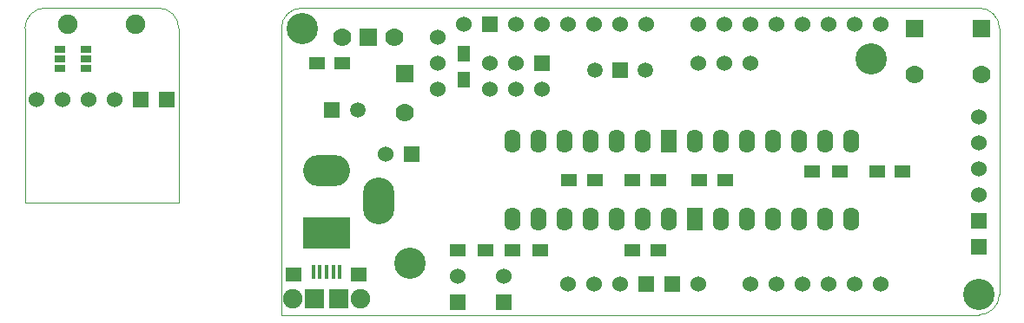
<source format=gbs>
G04 #@! TF.FileFunction,Soldermask,Bot*
%FSLAX46Y46*%
G04 Gerber Fmt 4.6, Leading zero omitted, Abs format (unit mm)*
G04 Created by KiCad (PCBNEW (2014-12-01 BZR 5309)-product) date Thu Dec  4 13:20:49 2014*
%MOMM*%
G01*
G04 APERTURE LIST*
%ADD10C,0.100000*%
%ADD11C,1.778000*%
%ADD12R,1.778000X1.778000*%
%ADD13R,1.500000X1.300000*%
%ADD14C,3.048000*%
%ADD15R,4.572000X3.048000*%
%ADD16O,4.572000X3.048000*%
%ADD17O,3.048000X4.572000*%
%ADD18C,1.524000*%
%ADD19R,1.524000X1.524000*%
%ADD20R,1.500000X1.250000*%
%ADD21R,1.250000X1.500000*%
%ADD22O,1.574800X2.286000*%
%ADD23R,1.574800X2.286000*%
%ADD24R,0.406400X1.371600*%
%ADD25R,1.600200X1.422400*%
%ADD26R,1.905000X1.905000*%
%ADD27C,1.905000*%
%ADD28C,1.501140*%
%ADD29R,1.501140X1.501140*%
%ADD30R,1.000760X0.701040*%
G04 APERTURE END LIST*
D10*
X120000000Y-60000000D02*
X120000000Y-34000000D01*
X120000000Y-34000000D02*
G75*
G03X118000000Y-32000000I-2000000J0D01*
G01*
X118000000Y-62000000D02*
G75*
G03X120000000Y-60000000I0J2000000D01*
G01*
X52000000Y-32000000D02*
G75*
G03X50000000Y-34000000I0J-2000000D01*
G01*
X50000000Y-62000000D02*
X50000000Y-34000000D01*
X118000000Y-62000000D02*
X50000000Y-62000000D01*
X52000000Y-32000000D02*
X118000000Y-32000000D01*
X25000000Y-34000000D02*
X25000000Y-51000000D01*
X40000000Y-51000000D02*
X40000000Y-48000000D01*
X25000000Y-51000000D02*
X40000000Y-51000000D01*
X40000000Y-48000000D02*
X40000000Y-46000000D01*
X40000000Y-46000000D02*
X40000000Y-34000000D01*
X38000000Y-32000000D02*
X27000000Y-32000000D01*
X40000000Y-34000000D02*
G75*
G03X38000000Y-32000000I-2000000J0D01*
G01*
X27000000Y-32000000D02*
G75*
G03X25000000Y-34000000I0J-2000000D01*
G01*
D11*
X55960000Y-34870000D03*
D12*
X58500000Y-34870000D03*
D11*
X61040000Y-34870000D03*
D12*
X118250000Y-34000000D03*
D11*
X111750000Y-38500000D03*
X118250000Y-38500000D03*
D12*
X111750000Y-34000000D03*
D13*
X75250000Y-55700000D03*
X72550000Y-55700000D03*
X67210000Y-55700000D03*
X69910000Y-55700000D03*
X101750000Y-48000000D03*
X104450000Y-48000000D03*
D14*
X118000000Y-60000000D03*
X62500000Y-57000000D03*
D15*
X54400000Y-54000000D03*
D16*
X54400000Y-47904000D03*
D17*
X59480000Y-50825000D03*
D18*
X70320000Y-39950000D03*
X70320000Y-37410000D03*
X72860000Y-39950000D03*
X72860000Y-37410000D03*
X75400000Y-39950000D03*
D19*
X75400000Y-37410000D03*
D18*
X85560000Y-33600000D03*
X83020000Y-33600000D03*
X80480000Y-33600000D03*
X77940000Y-33600000D03*
X75400000Y-33600000D03*
X72860000Y-33600000D03*
D19*
X70320000Y-33600000D03*
D18*
X67780000Y-33600000D03*
X108420000Y-33600000D03*
X105880000Y-33600000D03*
X103340000Y-33600000D03*
X100800000Y-33600000D03*
X98260000Y-33600000D03*
X95720000Y-33600000D03*
X93180000Y-33600000D03*
X90640000Y-33600000D03*
X108420000Y-59000000D03*
X105880000Y-59000000D03*
X103340000Y-59000000D03*
X100800000Y-59000000D03*
X98260000Y-59000000D03*
X95720000Y-59000000D03*
X90640000Y-59000000D03*
D19*
X88100000Y-59000000D03*
X85560000Y-59000000D03*
D18*
X83020000Y-59000000D03*
X80480000Y-59000000D03*
X77940000Y-59000000D03*
X65230000Y-34870000D03*
X65230000Y-37410000D03*
X65230000Y-39950000D03*
X71700000Y-58230000D03*
D19*
X71700000Y-60770000D03*
D18*
X67200000Y-58230000D03*
D19*
X67200000Y-60770000D03*
D20*
X80550000Y-48800000D03*
X78050000Y-48800000D03*
X84250000Y-48800000D03*
X86750000Y-48800000D03*
X108050000Y-48000000D03*
X110550000Y-48000000D03*
X90750000Y-48800000D03*
X93250000Y-48800000D03*
D21*
X67750000Y-39000000D03*
X67750000Y-36500000D03*
D20*
X53460000Y-37420000D03*
X55960000Y-37420000D03*
X84250000Y-55700000D03*
X86750000Y-55700000D03*
D22*
X102970000Y-44990000D03*
X100430000Y-44990000D03*
X97890000Y-44990000D03*
X95350000Y-44990000D03*
X92810000Y-44990000D03*
X90270000Y-44990000D03*
D23*
X87730000Y-44990000D03*
D22*
X85190000Y-44990000D03*
X82650000Y-44990000D03*
X80110000Y-44990000D03*
X77570000Y-44990000D03*
X75030000Y-44990000D03*
X72490000Y-44990000D03*
X105510000Y-44990000D03*
X72490000Y-52610000D03*
X75030000Y-52610000D03*
X77570000Y-52610000D03*
X80110000Y-52610000D03*
X82650000Y-52610000D03*
X85190000Y-52610000D03*
X87730000Y-52610000D03*
D23*
X90270000Y-52610000D03*
D22*
X92810000Y-52610000D03*
X95350000Y-52610000D03*
X97890000Y-52610000D03*
X100430000Y-52610000D03*
X102970000Y-52610000D03*
X105510000Y-52610000D03*
D19*
X118000000Y-55350000D03*
X118000000Y-52810000D03*
D18*
X118000000Y-50270000D03*
X118000000Y-47730000D03*
X118000000Y-45190000D03*
X118000000Y-42650000D03*
D24*
X54400000Y-57800000D03*
X53749760Y-57800000D03*
X53099520Y-57800000D03*
X55050240Y-57800000D03*
X55700480Y-57800000D03*
D25*
X57575000Y-58054000D03*
X51225000Y-58054000D03*
D26*
X55606500Y-60467000D03*
X53193500Y-60467000D03*
D27*
X57702000Y-60467000D03*
X51098000Y-60467000D03*
D28*
X85450940Y-38080000D03*
X80569060Y-38080000D03*
D29*
X83010000Y-38080000D03*
D11*
X62000000Y-42250000D03*
D12*
X62000000Y-38440000D03*
D14*
X52000000Y-34000000D03*
X107500000Y-37000000D03*
D18*
X90640000Y-37410000D03*
X93180000Y-37410000D03*
X95720000Y-37410000D03*
D29*
X54910000Y-41970000D03*
D28*
X57450000Y-41970000D03*
D19*
X62700000Y-46300000D03*
D18*
X60160000Y-46300000D03*
D27*
X35802000Y-33583000D03*
X29198000Y-33583000D03*
D19*
X38850000Y-41000000D03*
X36310000Y-41000000D03*
D18*
X33770000Y-41000000D03*
X31230000Y-41000000D03*
X28690000Y-41000000D03*
X26150000Y-41000000D03*
D30*
X28430000Y-36047500D03*
X28430000Y-37000000D03*
X28430000Y-37952500D03*
X30970000Y-37952500D03*
X30970000Y-37000000D03*
X30970000Y-36047500D03*
M02*

</source>
